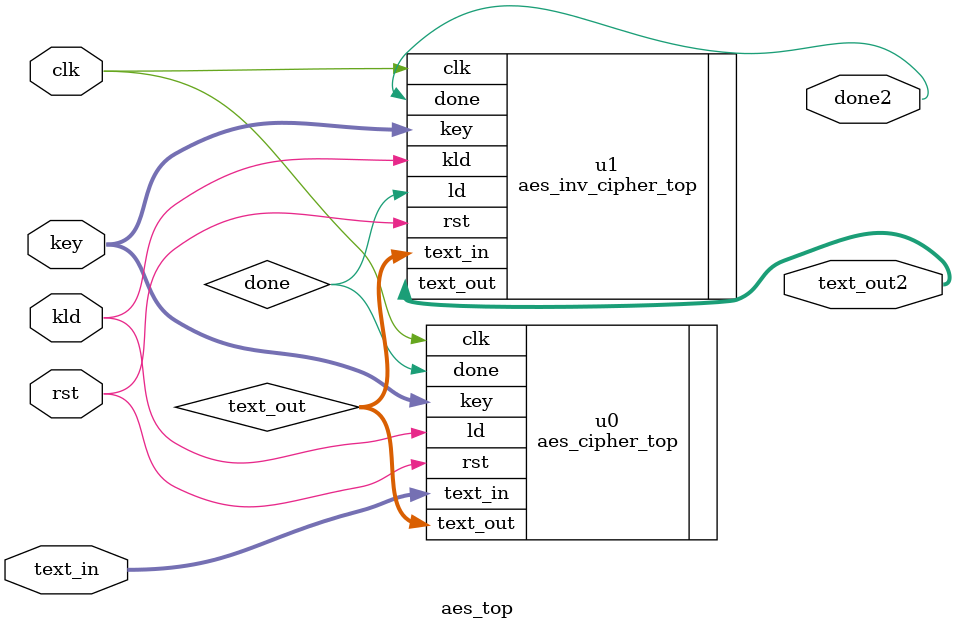
<source format=v>
module aes_top(
    input clk, rst, kld,
    input [127:0] key, text_in,
    output done2,
    output [127:0] text_out2
);

wire [127:0] text_out;
wire done;

aes_cipher_top u0(
	.clk(		clk		),
	.rst(		rst		),
	.ld(		kld		),
	.done(		done		),
	.key(		key		),
	.text_in(	text_in		),
	.text_out(	text_out	)
	);

aes_inv_cipher_top u1(
	.clk(		clk		),
	.rst(		rst		),
	.kld(		kld		),
	.ld(		done		),
	.done(		done2		),
	.key(		key		),
	.text_in(	text_out	),
	.text_out(	text_out2	)
	);

endmodule
</source>
